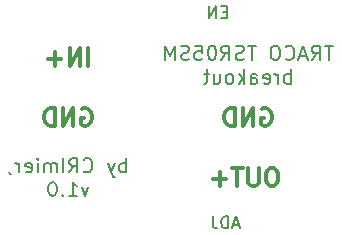
<source format=gbo>
G04 #@! TF.FileFunction,Legend,Bot*
%FSLAX46Y46*%
G04 Gerber Fmt 4.6, Leading zero omitted, Abs format (unit mm)*
G04 Created by KiCad (PCBNEW 4.0.7) date 04/16/19 16:10:46*
%MOMM*%
%LPD*%
G01*
G04 APERTURE LIST*
%ADD10C,0.100000*%
%ADD11C,0.200000*%
%ADD12C,0.300000*%
G04 APERTURE END LIST*
D10*
D11*
X-17945714Y-14782857D02*
X-17945714Y-13582857D01*
X-17945714Y-14040000D02*
X-18060000Y-13982857D01*
X-18288571Y-13982857D01*
X-18402857Y-14040000D01*
X-18460000Y-14097143D01*
X-18517143Y-14211429D01*
X-18517143Y-14554286D01*
X-18460000Y-14668571D01*
X-18402857Y-14725714D01*
X-18288571Y-14782857D01*
X-18060000Y-14782857D01*
X-17945714Y-14725714D01*
X-18917143Y-13982857D02*
X-19202857Y-14782857D01*
X-19488571Y-13982857D02*
X-19202857Y-14782857D01*
X-19088571Y-15068571D01*
X-19031428Y-15125714D01*
X-18917143Y-15182857D01*
X-21545715Y-14668571D02*
X-21488572Y-14725714D01*
X-21317143Y-14782857D01*
X-21202857Y-14782857D01*
X-21031429Y-14725714D01*
X-20917143Y-14611429D01*
X-20860000Y-14497143D01*
X-20802857Y-14268571D01*
X-20802857Y-14097143D01*
X-20860000Y-13868571D01*
X-20917143Y-13754286D01*
X-21031429Y-13640000D01*
X-21202857Y-13582857D01*
X-21317143Y-13582857D01*
X-21488572Y-13640000D01*
X-21545715Y-13697143D01*
X-22745715Y-14782857D02*
X-22345715Y-14211429D01*
X-22060000Y-14782857D02*
X-22060000Y-13582857D01*
X-22517143Y-13582857D01*
X-22631429Y-13640000D01*
X-22688572Y-13697143D01*
X-22745715Y-13811429D01*
X-22745715Y-13982857D01*
X-22688572Y-14097143D01*
X-22631429Y-14154286D01*
X-22517143Y-14211429D01*
X-22060000Y-14211429D01*
X-23260000Y-14782857D02*
X-23260000Y-13582857D01*
X-23831429Y-14782857D02*
X-23831429Y-13982857D01*
X-23831429Y-14097143D02*
X-23888572Y-14040000D01*
X-24002858Y-13982857D01*
X-24174286Y-13982857D01*
X-24288572Y-14040000D01*
X-24345715Y-14154286D01*
X-24345715Y-14782857D01*
X-24345715Y-14154286D02*
X-24402858Y-14040000D01*
X-24517144Y-13982857D01*
X-24688572Y-13982857D01*
X-24802858Y-14040000D01*
X-24860001Y-14154286D01*
X-24860001Y-14782857D01*
X-25431429Y-14782857D02*
X-25431429Y-13982857D01*
X-25431429Y-13582857D02*
X-25374286Y-13640000D01*
X-25431429Y-13697143D01*
X-25488572Y-13640000D01*
X-25431429Y-13582857D01*
X-25431429Y-13697143D01*
X-26460001Y-14725714D02*
X-26345715Y-14782857D01*
X-26117144Y-14782857D01*
X-26002858Y-14725714D01*
X-25945715Y-14611429D01*
X-25945715Y-14154286D01*
X-26002858Y-14040000D01*
X-26117144Y-13982857D01*
X-26345715Y-13982857D01*
X-26460001Y-14040000D01*
X-26517144Y-14154286D01*
X-26517144Y-14268571D01*
X-25945715Y-14382857D01*
X-27031429Y-14782857D02*
X-27031429Y-13982857D01*
X-27031429Y-14211429D02*
X-27088572Y-14097143D01*
X-27145715Y-14040000D01*
X-27260001Y-13982857D01*
X-27374286Y-13982857D01*
X-27831429Y-14725714D02*
X-27831429Y-14782857D01*
X-27774286Y-14897143D01*
X-27717143Y-14954286D01*
X-21145715Y-15982857D02*
X-21431429Y-16782857D01*
X-21717143Y-15982857D01*
X-22802858Y-16782857D02*
X-22117143Y-16782857D01*
X-22460001Y-16782857D02*
X-22460001Y-15582857D01*
X-22345715Y-15754286D01*
X-22231429Y-15868571D01*
X-22117143Y-15925714D01*
X-23317143Y-16668571D02*
X-23374286Y-16725714D01*
X-23317143Y-16782857D01*
X-23260000Y-16725714D01*
X-23317143Y-16668571D01*
X-23317143Y-16782857D01*
X-24117144Y-15582857D02*
X-24231429Y-15582857D01*
X-24345715Y-15640000D01*
X-24402858Y-15697143D01*
X-24460001Y-15811429D01*
X-24517144Y-16040000D01*
X-24517144Y-16325714D01*
X-24460001Y-16554286D01*
X-24402858Y-16668571D01*
X-24345715Y-16725714D01*
X-24231429Y-16782857D01*
X-24117144Y-16782857D01*
X-24002858Y-16725714D01*
X-23945715Y-16668571D01*
X-23888572Y-16554286D01*
X-23831429Y-16325714D01*
X-23831429Y-16040000D01*
X-23888572Y-15811429D01*
X-23945715Y-15697143D01*
X-24002858Y-15640000D01*
X-24117144Y-15582857D01*
X-448572Y-4057857D02*
X-1134286Y-4057857D01*
X-791429Y-5257857D02*
X-791429Y-4057857D01*
X-2220001Y-5257857D02*
X-1820001Y-4686429D01*
X-1534286Y-5257857D02*
X-1534286Y-4057857D01*
X-1991429Y-4057857D01*
X-2105715Y-4115000D01*
X-2162858Y-4172143D01*
X-2220001Y-4286429D01*
X-2220001Y-4457857D01*
X-2162858Y-4572143D01*
X-2105715Y-4629286D01*
X-1991429Y-4686429D01*
X-1534286Y-4686429D01*
X-2677143Y-4915000D02*
X-3248572Y-4915000D01*
X-2562858Y-5257857D02*
X-2962858Y-4057857D01*
X-3362858Y-5257857D01*
X-4448572Y-5143571D02*
X-4391429Y-5200714D01*
X-4220000Y-5257857D01*
X-4105714Y-5257857D01*
X-3934286Y-5200714D01*
X-3820000Y-5086429D01*
X-3762857Y-4972143D01*
X-3705714Y-4743571D01*
X-3705714Y-4572143D01*
X-3762857Y-4343571D01*
X-3820000Y-4229286D01*
X-3934286Y-4115000D01*
X-4105714Y-4057857D01*
X-4220000Y-4057857D01*
X-4391429Y-4115000D01*
X-4448572Y-4172143D01*
X-5191429Y-4057857D02*
X-5420000Y-4057857D01*
X-5534286Y-4115000D01*
X-5648572Y-4229286D01*
X-5705714Y-4457857D01*
X-5705714Y-4857857D01*
X-5648572Y-5086429D01*
X-5534286Y-5200714D01*
X-5420000Y-5257857D01*
X-5191429Y-5257857D01*
X-5077143Y-5200714D01*
X-4962857Y-5086429D01*
X-4905714Y-4857857D01*
X-4905714Y-4457857D01*
X-4962857Y-4229286D01*
X-5077143Y-4115000D01*
X-5191429Y-4057857D01*
X-6962858Y-4057857D02*
X-7648572Y-4057857D01*
X-7305715Y-5257857D02*
X-7305715Y-4057857D01*
X-7991429Y-5200714D02*
X-8162858Y-5257857D01*
X-8448572Y-5257857D01*
X-8562858Y-5200714D01*
X-8620001Y-5143571D01*
X-8677144Y-5029286D01*
X-8677144Y-4915000D01*
X-8620001Y-4800714D01*
X-8562858Y-4743571D01*
X-8448572Y-4686429D01*
X-8220001Y-4629286D01*
X-8105715Y-4572143D01*
X-8048572Y-4515000D01*
X-7991429Y-4400714D01*
X-7991429Y-4286429D01*
X-8048572Y-4172143D01*
X-8105715Y-4115000D01*
X-8220001Y-4057857D01*
X-8505715Y-4057857D01*
X-8677144Y-4115000D01*
X-9877144Y-5257857D02*
X-9477144Y-4686429D01*
X-9191429Y-5257857D02*
X-9191429Y-4057857D01*
X-9648572Y-4057857D01*
X-9762858Y-4115000D01*
X-9820001Y-4172143D01*
X-9877144Y-4286429D01*
X-9877144Y-4457857D01*
X-9820001Y-4572143D01*
X-9762858Y-4629286D01*
X-9648572Y-4686429D01*
X-9191429Y-4686429D01*
X-10620001Y-4057857D02*
X-10734286Y-4057857D01*
X-10848572Y-4115000D01*
X-10905715Y-4172143D01*
X-10962858Y-4286429D01*
X-11020001Y-4515000D01*
X-11020001Y-4800714D01*
X-10962858Y-5029286D01*
X-10905715Y-5143571D01*
X-10848572Y-5200714D01*
X-10734286Y-5257857D01*
X-10620001Y-5257857D01*
X-10505715Y-5200714D01*
X-10448572Y-5143571D01*
X-10391429Y-5029286D01*
X-10334286Y-4800714D01*
X-10334286Y-4515000D01*
X-10391429Y-4286429D01*
X-10448572Y-4172143D01*
X-10505715Y-4115000D01*
X-10620001Y-4057857D01*
X-12105715Y-4057857D02*
X-11534286Y-4057857D01*
X-11477143Y-4629286D01*
X-11534286Y-4572143D01*
X-11648572Y-4515000D01*
X-11934286Y-4515000D01*
X-12048572Y-4572143D01*
X-12105715Y-4629286D01*
X-12162858Y-4743571D01*
X-12162858Y-5029286D01*
X-12105715Y-5143571D01*
X-12048572Y-5200714D01*
X-11934286Y-5257857D01*
X-11648572Y-5257857D01*
X-11534286Y-5200714D01*
X-11477143Y-5143571D01*
X-12620000Y-5200714D02*
X-12791429Y-5257857D01*
X-13077143Y-5257857D01*
X-13191429Y-5200714D01*
X-13248572Y-5143571D01*
X-13305715Y-5029286D01*
X-13305715Y-4915000D01*
X-13248572Y-4800714D01*
X-13191429Y-4743571D01*
X-13077143Y-4686429D01*
X-12848572Y-4629286D01*
X-12734286Y-4572143D01*
X-12677143Y-4515000D01*
X-12620000Y-4400714D01*
X-12620000Y-4286429D01*
X-12677143Y-4172143D01*
X-12734286Y-4115000D01*
X-12848572Y-4057857D01*
X-13134286Y-4057857D01*
X-13305715Y-4115000D01*
X-13820000Y-5257857D02*
X-13820000Y-4057857D01*
X-14220000Y-4915000D01*
X-14620000Y-4057857D01*
X-14620000Y-5257857D01*
X-4020001Y-7257857D02*
X-4020001Y-6057857D01*
X-4020001Y-6515000D02*
X-4134287Y-6457857D01*
X-4362858Y-6457857D01*
X-4477144Y-6515000D01*
X-4534287Y-6572143D01*
X-4591430Y-6686429D01*
X-4591430Y-7029286D01*
X-4534287Y-7143571D01*
X-4477144Y-7200714D01*
X-4362858Y-7257857D01*
X-4134287Y-7257857D01*
X-4020001Y-7200714D01*
X-5105715Y-7257857D02*
X-5105715Y-6457857D01*
X-5105715Y-6686429D02*
X-5162858Y-6572143D01*
X-5220001Y-6515000D01*
X-5334287Y-6457857D01*
X-5448572Y-6457857D01*
X-6305715Y-7200714D02*
X-6191429Y-7257857D01*
X-5962858Y-7257857D01*
X-5848572Y-7200714D01*
X-5791429Y-7086429D01*
X-5791429Y-6629286D01*
X-5848572Y-6515000D01*
X-5962858Y-6457857D01*
X-6191429Y-6457857D01*
X-6305715Y-6515000D01*
X-6362858Y-6629286D01*
X-6362858Y-6743571D01*
X-5791429Y-6857857D01*
X-7391429Y-7257857D02*
X-7391429Y-6629286D01*
X-7334286Y-6515000D01*
X-7220000Y-6457857D01*
X-6991429Y-6457857D01*
X-6877143Y-6515000D01*
X-7391429Y-7200714D02*
X-7277143Y-7257857D01*
X-6991429Y-7257857D01*
X-6877143Y-7200714D01*
X-6820000Y-7086429D01*
X-6820000Y-6972143D01*
X-6877143Y-6857857D01*
X-6991429Y-6800714D01*
X-7277143Y-6800714D01*
X-7391429Y-6743571D01*
X-7962857Y-7257857D02*
X-7962857Y-6057857D01*
X-8077143Y-6800714D02*
X-8420000Y-7257857D01*
X-8420000Y-6457857D02*
X-7962857Y-6915000D01*
X-9105715Y-7257857D02*
X-8991429Y-7200714D01*
X-8934286Y-7143571D01*
X-8877143Y-7029286D01*
X-8877143Y-6686429D01*
X-8934286Y-6572143D01*
X-8991429Y-6515000D01*
X-9105715Y-6457857D01*
X-9277143Y-6457857D01*
X-9391429Y-6515000D01*
X-9448572Y-6572143D01*
X-9505715Y-6686429D01*
X-9505715Y-7029286D01*
X-9448572Y-7143571D01*
X-9391429Y-7200714D01*
X-9277143Y-7257857D01*
X-9105715Y-7257857D01*
X-10534286Y-6457857D02*
X-10534286Y-7257857D01*
X-10020000Y-6457857D02*
X-10020000Y-7086429D01*
X-10077143Y-7200714D01*
X-10191429Y-7257857D01*
X-10362857Y-7257857D01*
X-10477143Y-7200714D01*
X-10534286Y-7143571D01*
X-10934286Y-6457857D02*
X-11391429Y-6457857D01*
X-11105714Y-6057857D02*
X-11105714Y-7086429D01*
X-11162857Y-7200714D01*
X-11277143Y-7257857D01*
X-11391429Y-7257857D01*
D12*
X-6477143Y-9410000D02*
X-6334286Y-9338571D01*
X-6120000Y-9338571D01*
X-5905715Y-9410000D01*
X-5762857Y-9552857D01*
X-5691429Y-9695714D01*
X-5620000Y-9981429D01*
X-5620000Y-10195714D01*
X-5691429Y-10481429D01*
X-5762857Y-10624286D01*
X-5905715Y-10767143D01*
X-6120000Y-10838571D01*
X-6262857Y-10838571D01*
X-6477143Y-10767143D01*
X-6548572Y-10695714D01*
X-6548572Y-10195714D01*
X-6262857Y-10195714D01*
X-7191429Y-10838571D02*
X-7191429Y-9338571D01*
X-8048572Y-10838571D01*
X-8048572Y-9338571D01*
X-8762858Y-10838571D02*
X-8762858Y-9338571D01*
X-9120001Y-9338571D01*
X-9334286Y-9410000D01*
X-9477144Y-9552857D01*
X-9548572Y-9695714D01*
X-9620001Y-9981429D01*
X-9620001Y-10195714D01*
X-9548572Y-10481429D01*
X-9477144Y-10624286D01*
X-9334286Y-10767143D01*
X-9120001Y-10838571D01*
X-8762858Y-10838571D01*
X-21717143Y-9410000D02*
X-21574286Y-9338571D01*
X-21360000Y-9338571D01*
X-21145715Y-9410000D01*
X-21002857Y-9552857D01*
X-20931429Y-9695714D01*
X-20860000Y-9981429D01*
X-20860000Y-10195714D01*
X-20931429Y-10481429D01*
X-21002857Y-10624286D01*
X-21145715Y-10767143D01*
X-21360000Y-10838571D01*
X-21502857Y-10838571D01*
X-21717143Y-10767143D01*
X-21788572Y-10695714D01*
X-21788572Y-10195714D01*
X-21502857Y-10195714D01*
X-22431429Y-10838571D02*
X-22431429Y-9338571D01*
X-23288572Y-10838571D01*
X-23288572Y-9338571D01*
X-24002858Y-10838571D02*
X-24002858Y-9338571D01*
X-24360001Y-9338571D01*
X-24574286Y-9410000D01*
X-24717144Y-9552857D01*
X-24788572Y-9695714D01*
X-24860001Y-9981429D01*
X-24860001Y-10195714D01*
X-24788572Y-10481429D01*
X-24717144Y-10624286D01*
X-24574286Y-10767143D01*
X-24360001Y-10838571D01*
X-24002858Y-10838571D01*
X-21145714Y-5758571D02*
X-21145714Y-4258571D01*
X-21860000Y-5758571D02*
X-21860000Y-4258571D01*
X-22717143Y-5758571D01*
X-22717143Y-4258571D01*
X-23431429Y-5187143D02*
X-24574286Y-5187143D01*
X-24002857Y-5758571D02*
X-24002857Y-4615714D01*
X-5445428Y-14418571D02*
X-5731142Y-14418571D01*
X-5874000Y-14490000D01*
X-6016857Y-14632857D01*
X-6088285Y-14918571D01*
X-6088285Y-15418571D01*
X-6016857Y-15704286D01*
X-5874000Y-15847143D01*
X-5731142Y-15918571D01*
X-5445428Y-15918571D01*
X-5302571Y-15847143D01*
X-5159714Y-15704286D01*
X-5088285Y-15418571D01*
X-5088285Y-14918571D01*
X-5159714Y-14632857D01*
X-5302571Y-14490000D01*
X-5445428Y-14418571D01*
X-6731143Y-14418571D02*
X-6731143Y-15632857D01*
X-6802571Y-15775714D01*
X-6874000Y-15847143D01*
X-7016857Y-15918571D01*
X-7302571Y-15918571D01*
X-7445429Y-15847143D01*
X-7516857Y-15775714D01*
X-7588286Y-15632857D01*
X-7588286Y-14418571D01*
X-8088286Y-14418571D02*
X-8945429Y-14418571D01*
X-8516858Y-15918571D02*
X-8516858Y-14418571D01*
X-9445429Y-15347143D02*
X-10588286Y-15347143D01*
X-10016857Y-15918571D02*
X-10016857Y-14775714D01*
D11*
X-8405952Y-19216667D02*
X-8882143Y-19216667D01*
X-8310714Y-19502381D02*
X-8644047Y-18502381D01*
X-8977381Y-19502381D01*
X-9310714Y-19502381D02*
X-9310714Y-18502381D01*
X-9548809Y-18502381D01*
X-9691667Y-18550000D01*
X-9786905Y-18645238D01*
X-9834524Y-18740476D01*
X-9882143Y-18930952D01*
X-9882143Y-19073810D01*
X-9834524Y-19264286D01*
X-9786905Y-19359524D01*
X-9691667Y-19454762D01*
X-9548809Y-19502381D01*
X-9310714Y-19502381D01*
X-10596429Y-18502381D02*
X-10596429Y-19216667D01*
X-10548809Y-19359524D01*
X-10453571Y-19454762D01*
X-10310714Y-19502381D01*
X-10215476Y-19502381D01*
X-9421905Y-1198571D02*
X-9755239Y-1198571D01*
X-9898096Y-1722381D02*
X-9421905Y-1722381D01*
X-9421905Y-722381D01*
X-9898096Y-722381D01*
X-10326667Y-1722381D02*
X-10326667Y-722381D01*
X-10898096Y-1722381D01*
X-10898096Y-722381D01*
M02*

</source>
